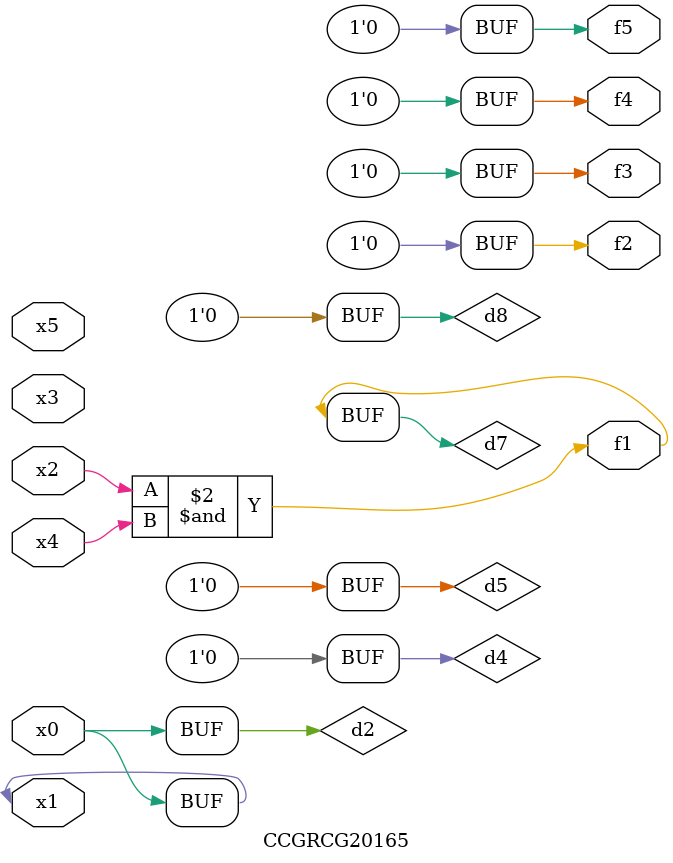
<source format=v>
module CCGRCG20165(
	input x0, x1, x2, x3, x4, x5,
	output f1, f2, f3, f4, f5
);

	wire d1, d2, d3, d4, d5, d6, d7, d8, d9;

	nand (d1, x1);
	buf (d2, x0, x1);
	nand (d3, x2, x4);
	and (d4, d1, d2);
	and (d5, d1, d2);
	nand (d6, d1, d3);
	not (d7, d3);
	xor (d8, d5);
	nor (d9, d5, d6);
	assign f1 = d7;
	assign f2 = d8;
	assign f3 = d8;
	assign f4 = d8;
	assign f5 = d8;
endmodule

</source>
